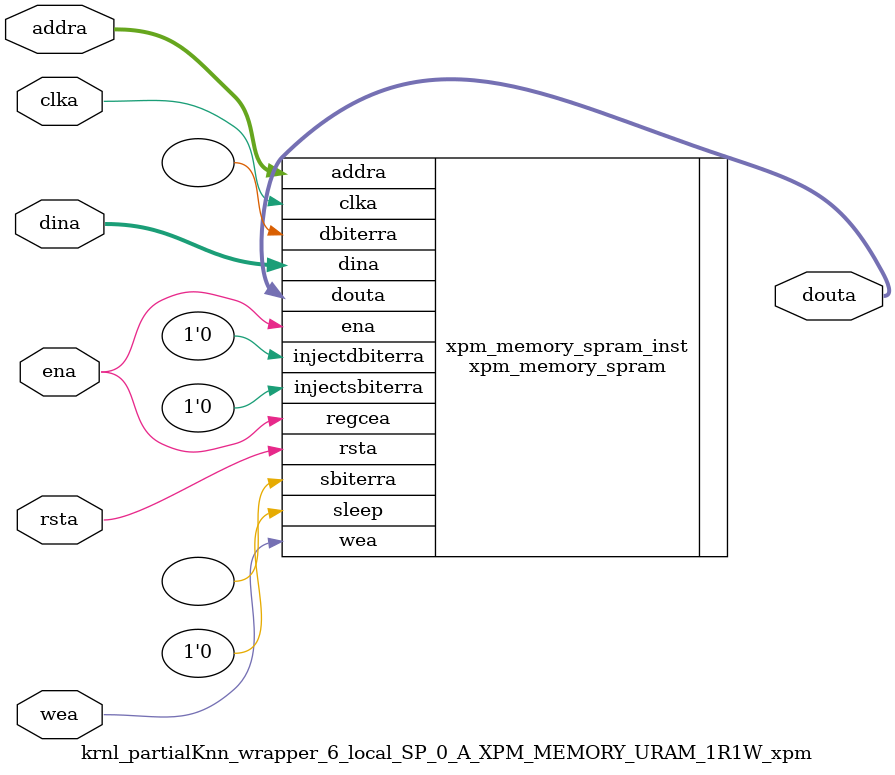
<source format=v>
`timescale 1 ns / 1 ps
module krnl_partialKnn_wrapper_6_local_SP_0_A_XPM_MEMORY_URAM_1R1W_xpm # (
  // Common module parameters
  parameter integer                 MEMORY_SIZE        = 524288,
  parameter                         MEMORY_PRIMITIVE   = "ultra",
  parameter                         ECC_MODE           = "no_ecc",
  parameter                         MEMORY_INIT_FILE   = "none",
  parameter                         WAKEUP_TIME        = "disable_sleep",
  parameter integer                 MESSAGE_CONTROL    = 0,
  // Port A module parameters
  parameter integer                 WRITE_DATA_WIDTH_A = 256,
  parameter integer                 READ_DATA_WIDTH_A  = WRITE_DATA_WIDTH_A,
  parameter integer                 BYTE_WRITE_WIDTH_A = WRITE_DATA_WIDTH_A,
  parameter integer                 ADDR_WIDTH_A       = 11,
  parameter                         READ_RESET_VALUE_A = "0",
  parameter integer                 READ_LATENCY_A     = 1,
  parameter                         WRITE_MODE_A       = "read_first"
) (
  // Port A module ports
  input  wire                                               clka,
  input  wire                                               rsta,
  input  wire                                               ena,
  input  wire [(WRITE_DATA_WIDTH_A/BYTE_WRITE_WIDTH_A)-1:0] wea,
  input  wire [ADDR_WIDTH_A-1:0]                            addra,
  input  wire [WRITE_DATA_WIDTH_A-1:0]                      dina,
  output wire [READ_DATA_WIDTH_A-1:0]                       douta
);
// Set parameter values and connect ports to instantiate an XPM_MEMORY single port RAM configuration
xpm_memory_spram # (
  // Common module parameters
  .MEMORY_SIZE        (MEMORY_SIZE),   //positive integer
  .MEMORY_PRIMITIVE   (MEMORY_PRIMITIVE),      //string; "auto", "distributed", "block" or "ultra";
  .ECC_MODE           (ECC_MODE),      //do not change
  .MEMORY_INIT_FILE   (MEMORY_INIT_FILE), //string; "none" or "<filename>.mem" 
  .MEMORY_INIT_PARAM  (""), //string;
  .WAKEUP_TIME        (WAKEUP_TIME),      //string; "disable_sleep" or "use_sleep_pin"
  .MESSAGE_CONTROL    (MESSAGE_CONTROL),      //do not change
  // Port A module parameters
  .WRITE_DATA_WIDTH_A (WRITE_DATA_WIDTH_A),     //positive integer
  .READ_DATA_WIDTH_A  (READ_DATA_WIDTH_A),     //positive integer
  .BYTE_WRITE_WIDTH_A (BYTE_WRITE_WIDTH_A),     //integer; 8, 9, or WRITE_DATA_WIDTH_A value
  .ADDR_WIDTH_A       (ADDR_WIDTH_A),      //positive integer
  .READ_RESET_VALUE_A (READ_RESET_VALUE_A),  //string
  .READ_LATENCY_A     (READ_LATENCY_A),      //non-negative integer
  .WRITE_MODE_A       (WRITE_MODE_A)       //string; "write_first", "read_first", "no_change"
) xpm_memory_spram_inst (
  // Common module ports
  .sleep          (1'b0),  //do not change
  // Port A module ports
  .clka           (clka),
  .rsta           (rsta),
  .ena            (ena),
  .regcea         (ena),
  .wea            (wea),
  .addra          (addra),
  .dina           (dina),
  .injectsbiterra (1'b0),  //do not change
  .injectdbiterra (1'b0),  //do not change
  .douta          (douta),
  .sbiterra       (),      //do not change
  .dbiterra       ()       //do not change
);
endmodule
</source>
